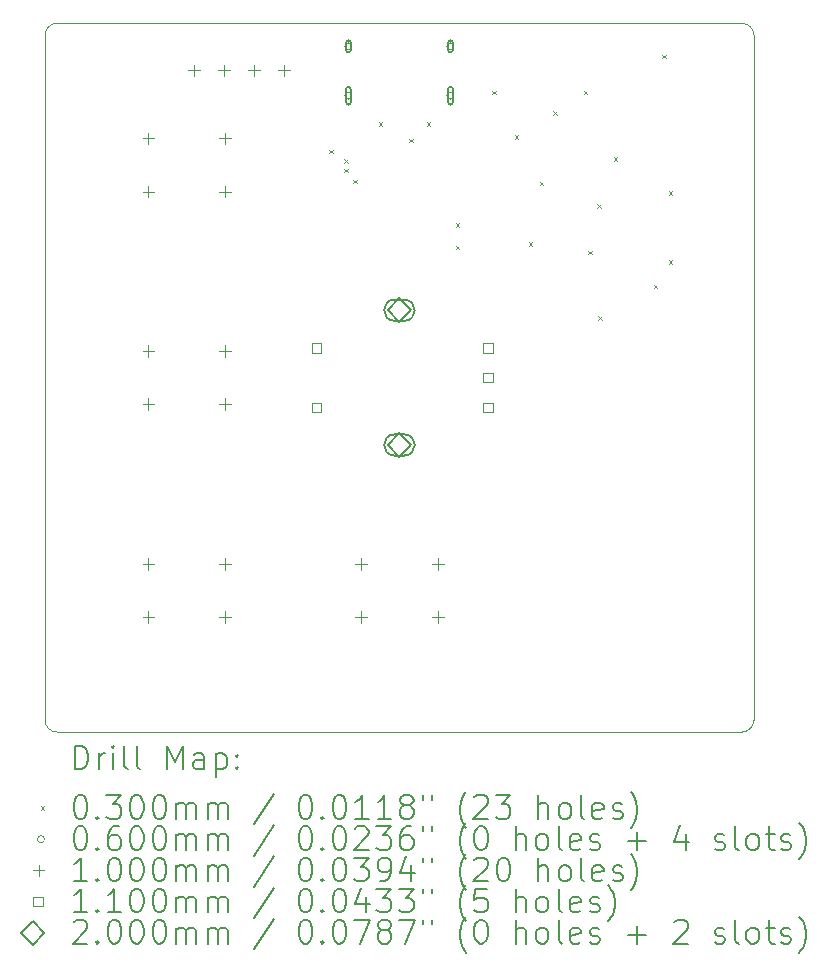
<source format=gbr>
%FSLAX45Y45*%
G04 Gerber Fmt 4.5, Leading zero omitted, Abs format (unit mm)*
G04 Created by KiCad (PCBNEW (6.0.1-0)) date 2022-07-10 21:45:14*
%MOMM*%
%LPD*%
G01*
G04 APERTURE LIST*
%TA.AperFunction,Profile*%
%ADD10C,0.100000*%
%TD*%
%ADD11C,0.200000*%
%ADD12C,0.030000*%
%ADD13C,0.060000*%
%ADD14C,0.100000*%
%ADD15C,0.110000*%
G04 APERTURE END LIST*
D10*
X12100000Y-7000000D02*
G75*
G03*
X12000000Y-7100000I0J-100000D01*
G01*
X18000000Y-7100000D02*
G75*
G03*
X17900000Y-7000000I-100000J0D01*
G01*
X17900000Y-13000000D02*
G75*
G03*
X18000000Y-12900000I0J100000D01*
G01*
X12000000Y-12900000D02*
G75*
G03*
X12100000Y-13000000I100000J0D01*
G01*
X12000000Y-12900000D02*
X12000000Y-7100000D01*
X18000000Y-7100000D02*
X18000000Y-12900000D01*
X17900000Y-13000000D02*
X12100000Y-13000000D01*
X12100000Y-7000000D02*
X17900000Y-7000000D01*
D11*
D12*
X14405000Y-8070000D02*
X14435000Y-8100000D01*
X14435000Y-8070000D02*
X14405000Y-8100000D01*
X14535000Y-8150000D02*
X14565000Y-8180000D01*
X14565000Y-8150000D02*
X14535000Y-8180000D01*
X14535000Y-8230000D02*
X14565000Y-8260000D01*
X14565000Y-8230000D02*
X14535000Y-8260000D01*
X14610000Y-8325000D02*
X14640000Y-8355000D01*
X14640000Y-8325000D02*
X14610000Y-8355000D01*
X14825000Y-7840000D02*
X14855000Y-7870000D01*
X14855000Y-7840000D02*
X14825000Y-7870000D01*
X15083063Y-7976987D02*
X15113063Y-8006987D01*
X15113063Y-7976987D02*
X15083063Y-8006987D01*
X15230000Y-7840000D02*
X15260000Y-7870000D01*
X15260000Y-7840000D02*
X15230000Y-7870000D01*
X15475000Y-8693000D02*
X15505000Y-8723000D01*
X15505000Y-8693000D02*
X15475000Y-8723000D01*
X15475000Y-8885000D02*
X15505000Y-8915000D01*
X15505000Y-8885000D02*
X15475000Y-8915000D01*
X15785000Y-7570000D02*
X15815000Y-7600000D01*
X15815000Y-7570000D02*
X15785000Y-7600000D01*
X15975000Y-7950000D02*
X16005000Y-7980000D01*
X16005000Y-7950000D02*
X15975000Y-7980000D01*
X16095000Y-8855000D02*
X16125000Y-8885000D01*
X16125000Y-8855000D02*
X16095000Y-8885000D01*
X16188117Y-8341656D02*
X16218117Y-8371656D01*
X16218117Y-8341656D02*
X16188117Y-8371656D01*
X16300000Y-7745000D02*
X16330000Y-7775000D01*
X16330000Y-7745000D02*
X16300000Y-7775000D01*
X16560000Y-7570000D02*
X16590000Y-7600000D01*
X16590000Y-7570000D02*
X16560000Y-7600000D01*
X16598000Y-8925000D02*
X16628000Y-8955000D01*
X16628000Y-8925000D02*
X16598000Y-8955000D01*
X16676056Y-8533130D02*
X16706056Y-8563130D01*
X16706056Y-8533130D02*
X16676056Y-8563130D01*
X16684950Y-9480000D02*
X16714950Y-9510000D01*
X16714950Y-9480000D02*
X16684950Y-9510000D01*
X16815000Y-8135000D02*
X16845000Y-8165000D01*
X16845000Y-8135000D02*
X16815000Y-8165000D01*
X17155000Y-9215000D02*
X17185000Y-9245000D01*
X17185000Y-9215000D02*
X17155000Y-9245000D01*
X17225000Y-7265000D02*
X17255000Y-7295000D01*
X17255000Y-7265000D02*
X17225000Y-7295000D01*
X17280000Y-8420000D02*
X17310000Y-8450000D01*
X17310000Y-8420000D02*
X17280000Y-8450000D01*
X17280000Y-9005000D02*
X17310000Y-9035000D01*
X17310000Y-9005000D02*
X17280000Y-9035000D01*
D13*
X14598000Y-7195000D02*
G75*
G03*
X14598000Y-7195000I-30000J0D01*
G01*
D11*
X14588000Y-7225000D02*
X14588000Y-7165000D01*
X14548000Y-7225000D02*
X14548000Y-7165000D01*
X14588000Y-7165000D02*
G75*
G03*
X14548000Y-7165000I-20000J0D01*
G01*
X14548000Y-7225000D02*
G75*
G03*
X14588000Y-7225000I20000J0D01*
G01*
D13*
X14598000Y-7613000D02*
G75*
G03*
X14598000Y-7613000I-30000J0D01*
G01*
D11*
X14588000Y-7668000D02*
X14588000Y-7558000D01*
X14548000Y-7668000D02*
X14548000Y-7558000D01*
X14588000Y-7558000D02*
G75*
G03*
X14548000Y-7558000I-20000J0D01*
G01*
X14548000Y-7668000D02*
G75*
G03*
X14588000Y-7668000I20000J0D01*
G01*
D13*
X15462000Y-7195000D02*
G75*
G03*
X15462000Y-7195000I-30000J0D01*
G01*
D11*
X15452000Y-7225000D02*
X15452000Y-7165000D01*
X15412000Y-7225000D02*
X15412000Y-7165000D01*
X15452000Y-7165000D02*
G75*
G03*
X15412000Y-7165000I-20000J0D01*
G01*
X15412000Y-7225000D02*
G75*
G03*
X15452000Y-7225000I20000J0D01*
G01*
D13*
X15462000Y-7613000D02*
G75*
G03*
X15462000Y-7613000I-30000J0D01*
G01*
D11*
X15452000Y-7668000D02*
X15452000Y-7558000D01*
X15412000Y-7668000D02*
X15412000Y-7558000D01*
X15452000Y-7558000D02*
G75*
G03*
X15412000Y-7558000I-20000J0D01*
G01*
X15412000Y-7668000D02*
G75*
G03*
X15452000Y-7668000I20000J0D01*
G01*
D14*
X12875000Y-7925000D02*
X12875000Y-8025000D01*
X12825000Y-7975000D02*
X12925000Y-7975000D01*
X12875000Y-8375000D02*
X12875000Y-8475000D01*
X12825000Y-8425000D02*
X12925000Y-8425000D01*
X12875000Y-9725000D02*
X12875000Y-9825000D01*
X12825000Y-9775000D02*
X12925000Y-9775000D01*
X12875000Y-10175000D02*
X12875000Y-10275000D01*
X12825000Y-10225000D02*
X12925000Y-10225000D01*
X12875000Y-11525000D02*
X12875000Y-11625000D01*
X12825000Y-11575000D02*
X12925000Y-11575000D01*
X12875000Y-11975000D02*
X12875000Y-12075000D01*
X12825000Y-12025000D02*
X12925000Y-12025000D01*
X13260000Y-7349000D02*
X13260000Y-7449000D01*
X13210000Y-7399000D02*
X13310000Y-7399000D01*
X13514000Y-7349000D02*
X13514000Y-7449000D01*
X13464000Y-7399000D02*
X13564000Y-7399000D01*
X13525000Y-7925000D02*
X13525000Y-8025000D01*
X13475000Y-7975000D02*
X13575000Y-7975000D01*
X13525000Y-8375000D02*
X13525000Y-8475000D01*
X13475000Y-8425000D02*
X13575000Y-8425000D01*
X13525000Y-9725000D02*
X13525000Y-9825000D01*
X13475000Y-9775000D02*
X13575000Y-9775000D01*
X13525000Y-10175000D02*
X13525000Y-10275000D01*
X13475000Y-10225000D02*
X13575000Y-10225000D01*
X13525000Y-11525000D02*
X13525000Y-11625000D01*
X13475000Y-11575000D02*
X13575000Y-11575000D01*
X13525000Y-11975000D02*
X13525000Y-12075000D01*
X13475000Y-12025000D02*
X13575000Y-12025000D01*
X13768000Y-7349000D02*
X13768000Y-7449000D01*
X13718000Y-7399000D02*
X13818000Y-7399000D01*
X14022000Y-7349000D02*
X14022000Y-7449000D01*
X13972000Y-7399000D02*
X14072000Y-7399000D01*
X14675000Y-11525000D02*
X14675000Y-11625000D01*
X14625000Y-11575000D02*
X14725000Y-11575000D01*
X14675000Y-11975000D02*
X14675000Y-12075000D01*
X14625000Y-12025000D02*
X14725000Y-12025000D01*
X15325000Y-11525000D02*
X15325000Y-11625000D01*
X15275000Y-11575000D02*
X15375000Y-11575000D01*
X15325000Y-11975000D02*
X15325000Y-12075000D01*
X15275000Y-12025000D02*
X15375000Y-12025000D01*
D15*
X14338891Y-9788891D02*
X14338891Y-9711109D01*
X14261109Y-9711109D01*
X14261109Y-9788891D01*
X14338891Y-9788891D01*
X14338891Y-10288891D02*
X14338891Y-10211109D01*
X14261109Y-10211109D01*
X14261109Y-10288891D01*
X14338891Y-10288891D01*
X15788891Y-9788891D02*
X15788891Y-9711109D01*
X15711109Y-9711109D01*
X15711109Y-9788891D01*
X15788891Y-9788891D01*
X15788891Y-10038891D02*
X15788891Y-9961109D01*
X15711109Y-9961109D01*
X15711109Y-10038891D01*
X15788891Y-10038891D01*
X15788891Y-10288891D02*
X15788891Y-10211109D01*
X15711109Y-10211109D01*
X15711109Y-10288891D01*
X15788891Y-10288891D01*
D11*
X15000000Y-9530000D02*
X15100000Y-9430000D01*
X15000000Y-9330000D01*
X14900000Y-9430000D01*
X15000000Y-9530000D01*
X14960000Y-9520000D02*
X15040000Y-9520000D01*
X14960000Y-9340000D02*
X15040000Y-9340000D01*
X15040000Y-9520000D02*
G75*
G03*
X15040000Y-9340000I0J90000D01*
G01*
X14960000Y-9340000D02*
G75*
G03*
X14960000Y-9520000I0J-90000D01*
G01*
X15000000Y-10670000D02*
X15100000Y-10570000D01*
X15000000Y-10470000D01*
X14900000Y-10570000D01*
X15000000Y-10670000D01*
X14960000Y-10660000D02*
X15040000Y-10660000D01*
X14960000Y-10480000D02*
X15040000Y-10480000D01*
X15040000Y-10660000D02*
G75*
G03*
X15040000Y-10480000I0J90000D01*
G01*
X14960000Y-10480000D02*
G75*
G03*
X14960000Y-10660000I0J-90000D01*
G01*
X12252619Y-13315476D02*
X12252619Y-13115476D01*
X12300238Y-13115476D01*
X12328809Y-13125000D01*
X12347857Y-13144048D01*
X12357381Y-13163095D01*
X12366905Y-13201190D01*
X12366905Y-13229762D01*
X12357381Y-13267857D01*
X12347857Y-13286905D01*
X12328809Y-13305952D01*
X12300238Y-13315476D01*
X12252619Y-13315476D01*
X12452619Y-13315476D02*
X12452619Y-13182143D01*
X12452619Y-13220238D02*
X12462143Y-13201190D01*
X12471667Y-13191667D01*
X12490714Y-13182143D01*
X12509762Y-13182143D01*
X12576428Y-13315476D02*
X12576428Y-13182143D01*
X12576428Y-13115476D02*
X12566905Y-13125000D01*
X12576428Y-13134524D01*
X12585952Y-13125000D01*
X12576428Y-13115476D01*
X12576428Y-13134524D01*
X12700238Y-13315476D02*
X12681190Y-13305952D01*
X12671667Y-13286905D01*
X12671667Y-13115476D01*
X12805000Y-13315476D02*
X12785952Y-13305952D01*
X12776428Y-13286905D01*
X12776428Y-13115476D01*
X13033571Y-13315476D02*
X13033571Y-13115476D01*
X13100238Y-13258333D01*
X13166905Y-13115476D01*
X13166905Y-13315476D01*
X13347857Y-13315476D02*
X13347857Y-13210714D01*
X13338333Y-13191667D01*
X13319286Y-13182143D01*
X13281190Y-13182143D01*
X13262143Y-13191667D01*
X13347857Y-13305952D02*
X13328809Y-13315476D01*
X13281190Y-13315476D01*
X13262143Y-13305952D01*
X13252619Y-13286905D01*
X13252619Y-13267857D01*
X13262143Y-13248809D01*
X13281190Y-13239286D01*
X13328809Y-13239286D01*
X13347857Y-13229762D01*
X13443095Y-13182143D02*
X13443095Y-13382143D01*
X13443095Y-13191667D02*
X13462143Y-13182143D01*
X13500238Y-13182143D01*
X13519286Y-13191667D01*
X13528809Y-13201190D01*
X13538333Y-13220238D01*
X13538333Y-13277381D01*
X13528809Y-13296428D01*
X13519286Y-13305952D01*
X13500238Y-13315476D01*
X13462143Y-13315476D01*
X13443095Y-13305952D01*
X13624048Y-13296428D02*
X13633571Y-13305952D01*
X13624048Y-13315476D01*
X13614524Y-13305952D01*
X13624048Y-13296428D01*
X13624048Y-13315476D01*
X13624048Y-13191667D02*
X13633571Y-13201190D01*
X13624048Y-13210714D01*
X13614524Y-13201190D01*
X13624048Y-13191667D01*
X13624048Y-13210714D01*
D12*
X11965000Y-13630000D02*
X11995000Y-13660000D01*
X11995000Y-13630000D02*
X11965000Y-13660000D01*
D11*
X12290714Y-13535476D02*
X12309762Y-13535476D01*
X12328809Y-13545000D01*
X12338333Y-13554524D01*
X12347857Y-13573571D01*
X12357381Y-13611667D01*
X12357381Y-13659286D01*
X12347857Y-13697381D01*
X12338333Y-13716428D01*
X12328809Y-13725952D01*
X12309762Y-13735476D01*
X12290714Y-13735476D01*
X12271667Y-13725952D01*
X12262143Y-13716428D01*
X12252619Y-13697381D01*
X12243095Y-13659286D01*
X12243095Y-13611667D01*
X12252619Y-13573571D01*
X12262143Y-13554524D01*
X12271667Y-13545000D01*
X12290714Y-13535476D01*
X12443095Y-13716428D02*
X12452619Y-13725952D01*
X12443095Y-13735476D01*
X12433571Y-13725952D01*
X12443095Y-13716428D01*
X12443095Y-13735476D01*
X12519286Y-13535476D02*
X12643095Y-13535476D01*
X12576428Y-13611667D01*
X12605000Y-13611667D01*
X12624048Y-13621190D01*
X12633571Y-13630714D01*
X12643095Y-13649762D01*
X12643095Y-13697381D01*
X12633571Y-13716428D01*
X12624048Y-13725952D01*
X12605000Y-13735476D01*
X12547857Y-13735476D01*
X12528809Y-13725952D01*
X12519286Y-13716428D01*
X12766905Y-13535476D02*
X12785952Y-13535476D01*
X12805000Y-13545000D01*
X12814524Y-13554524D01*
X12824048Y-13573571D01*
X12833571Y-13611667D01*
X12833571Y-13659286D01*
X12824048Y-13697381D01*
X12814524Y-13716428D01*
X12805000Y-13725952D01*
X12785952Y-13735476D01*
X12766905Y-13735476D01*
X12747857Y-13725952D01*
X12738333Y-13716428D01*
X12728809Y-13697381D01*
X12719286Y-13659286D01*
X12719286Y-13611667D01*
X12728809Y-13573571D01*
X12738333Y-13554524D01*
X12747857Y-13545000D01*
X12766905Y-13535476D01*
X12957381Y-13535476D02*
X12976428Y-13535476D01*
X12995476Y-13545000D01*
X13005000Y-13554524D01*
X13014524Y-13573571D01*
X13024048Y-13611667D01*
X13024048Y-13659286D01*
X13014524Y-13697381D01*
X13005000Y-13716428D01*
X12995476Y-13725952D01*
X12976428Y-13735476D01*
X12957381Y-13735476D01*
X12938333Y-13725952D01*
X12928809Y-13716428D01*
X12919286Y-13697381D01*
X12909762Y-13659286D01*
X12909762Y-13611667D01*
X12919286Y-13573571D01*
X12928809Y-13554524D01*
X12938333Y-13545000D01*
X12957381Y-13535476D01*
X13109762Y-13735476D02*
X13109762Y-13602143D01*
X13109762Y-13621190D02*
X13119286Y-13611667D01*
X13138333Y-13602143D01*
X13166905Y-13602143D01*
X13185952Y-13611667D01*
X13195476Y-13630714D01*
X13195476Y-13735476D01*
X13195476Y-13630714D02*
X13205000Y-13611667D01*
X13224048Y-13602143D01*
X13252619Y-13602143D01*
X13271667Y-13611667D01*
X13281190Y-13630714D01*
X13281190Y-13735476D01*
X13376428Y-13735476D02*
X13376428Y-13602143D01*
X13376428Y-13621190D02*
X13385952Y-13611667D01*
X13405000Y-13602143D01*
X13433571Y-13602143D01*
X13452619Y-13611667D01*
X13462143Y-13630714D01*
X13462143Y-13735476D01*
X13462143Y-13630714D02*
X13471667Y-13611667D01*
X13490714Y-13602143D01*
X13519286Y-13602143D01*
X13538333Y-13611667D01*
X13547857Y-13630714D01*
X13547857Y-13735476D01*
X13938333Y-13525952D02*
X13766905Y-13783095D01*
X14195476Y-13535476D02*
X14214524Y-13535476D01*
X14233571Y-13545000D01*
X14243095Y-13554524D01*
X14252619Y-13573571D01*
X14262143Y-13611667D01*
X14262143Y-13659286D01*
X14252619Y-13697381D01*
X14243095Y-13716428D01*
X14233571Y-13725952D01*
X14214524Y-13735476D01*
X14195476Y-13735476D01*
X14176428Y-13725952D01*
X14166905Y-13716428D01*
X14157381Y-13697381D01*
X14147857Y-13659286D01*
X14147857Y-13611667D01*
X14157381Y-13573571D01*
X14166905Y-13554524D01*
X14176428Y-13545000D01*
X14195476Y-13535476D01*
X14347857Y-13716428D02*
X14357381Y-13725952D01*
X14347857Y-13735476D01*
X14338333Y-13725952D01*
X14347857Y-13716428D01*
X14347857Y-13735476D01*
X14481190Y-13535476D02*
X14500238Y-13535476D01*
X14519286Y-13545000D01*
X14528809Y-13554524D01*
X14538333Y-13573571D01*
X14547857Y-13611667D01*
X14547857Y-13659286D01*
X14538333Y-13697381D01*
X14528809Y-13716428D01*
X14519286Y-13725952D01*
X14500238Y-13735476D01*
X14481190Y-13735476D01*
X14462143Y-13725952D01*
X14452619Y-13716428D01*
X14443095Y-13697381D01*
X14433571Y-13659286D01*
X14433571Y-13611667D01*
X14443095Y-13573571D01*
X14452619Y-13554524D01*
X14462143Y-13545000D01*
X14481190Y-13535476D01*
X14738333Y-13735476D02*
X14624048Y-13735476D01*
X14681190Y-13735476D02*
X14681190Y-13535476D01*
X14662143Y-13564048D01*
X14643095Y-13583095D01*
X14624048Y-13592619D01*
X14928809Y-13735476D02*
X14814524Y-13735476D01*
X14871667Y-13735476D02*
X14871667Y-13535476D01*
X14852619Y-13564048D01*
X14833571Y-13583095D01*
X14814524Y-13592619D01*
X15043095Y-13621190D02*
X15024048Y-13611667D01*
X15014524Y-13602143D01*
X15005000Y-13583095D01*
X15005000Y-13573571D01*
X15014524Y-13554524D01*
X15024048Y-13545000D01*
X15043095Y-13535476D01*
X15081190Y-13535476D01*
X15100238Y-13545000D01*
X15109762Y-13554524D01*
X15119286Y-13573571D01*
X15119286Y-13583095D01*
X15109762Y-13602143D01*
X15100238Y-13611667D01*
X15081190Y-13621190D01*
X15043095Y-13621190D01*
X15024048Y-13630714D01*
X15014524Y-13640238D01*
X15005000Y-13659286D01*
X15005000Y-13697381D01*
X15014524Y-13716428D01*
X15024048Y-13725952D01*
X15043095Y-13735476D01*
X15081190Y-13735476D01*
X15100238Y-13725952D01*
X15109762Y-13716428D01*
X15119286Y-13697381D01*
X15119286Y-13659286D01*
X15109762Y-13640238D01*
X15100238Y-13630714D01*
X15081190Y-13621190D01*
X15195476Y-13535476D02*
X15195476Y-13573571D01*
X15271667Y-13535476D02*
X15271667Y-13573571D01*
X15566905Y-13811667D02*
X15557381Y-13802143D01*
X15538333Y-13773571D01*
X15528809Y-13754524D01*
X15519286Y-13725952D01*
X15509762Y-13678333D01*
X15509762Y-13640238D01*
X15519286Y-13592619D01*
X15528809Y-13564048D01*
X15538333Y-13545000D01*
X15557381Y-13516428D01*
X15566905Y-13506905D01*
X15633571Y-13554524D02*
X15643095Y-13545000D01*
X15662143Y-13535476D01*
X15709762Y-13535476D01*
X15728809Y-13545000D01*
X15738333Y-13554524D01*
X15747857Y-13573571D01*
X15747857Y-13592619D01*
X15738333Y-13621190D01*
X15624048Y-13735476D01*
X15747857Y-13735476D01*
X15814524Y-13535476D02*
X15938333Y-13535476D01*
X15871667Y-13611667D01*
X15900238Y-13611667D01*
X15919286Y-13621190D01*
X15928809Y-13630714D01*
X15938333Y-13649762D01*
X15938333Y-13697381D01*
X15928809Y-13716428D01*
X15919286Y-13725952D01*
X15900238Y-13735476D01*
X15843095Y-13735476D01*
X15824048Y-13725952D01*
X15814524Y-13716428D01*
X16176428Y-13735476D02*
X16176428Y-13535476D01*
X16262143Y-13735476D02*
X16262143Y-13630714D01*
X16252619Y-13611667D01*
X16233571Y-13602143D01*
X16205000Y-13602143D01*
X16185952Y-13611667D01*
X16176428Y-13621190D01*
X16385952Y-13735476D02*
X16366905Y-13725952D01*
X16357381Y-13716428D01*
X16347857Y-13697381D01*
X16347857Y-13640238D01*
X16357381Y-13621190D01*
X16366905Y-13611667D01*
X16385952Y-13602143D01*
X16414524Y-13602143D01*
X16433571Y-13611667D01*
X16443095Y-13621190D01*
X16452619Y-13640238D01*
X16452619Y-13697381D01*
X16443095Y-13716428D01*
X16433571Y-13725952D01*
X16414524Y-13735476D01*
X16385952Y-13735476D01*
X16566905Y-13735476D02*
X16547857Y-13725952D01*
X16538333Y-13706905D01*
X16538333Y-13535476D01*
X16719286Y-13725952D02*
X16700238Y-13735476D01*
X16662143Y-13735476D01*
X16643095Y-13725952D01*
X16633571Y-13706905D01*
X16633571Y-13630714D01*
X16643095Y-13611667D01*
X16662143Y-13602143D01*
X16700238Y-13602143D01*
X16719286Y-13611667D01*
X16728809Y-13630714D01*
X16728809Y-13649762D01*
X16633571Y-13668809D01*
X16805000Y-13725952D02*
X16824048Y-13735476D01*
X16862143Y-13735476D01*
X16881190Y-13725952D01*
X16890714Y-13706905D01*
X16890714Y-13697381D01*
X16881190Y-13678333D01*
X16862143Y-13668809D01*
X16833571Y-13668809D01*
X16814524Y-13659286D01*
X16805000Y-13640238D01*
X16805000Y-13630714D01*
X16814524Y-13611667D01*
X16833571Y-13602143D01*
X16862143Y-13602143D01*
X16881190Y-13611667D01*
X16957381Y-13811667D02*
X16966905Y-13802143D01*
X16985952Y-13773571D01*
X16995476Y-13754524D01*
X17005000Y-13725952D01*
X17014524Y-13678333D01*
X17014524Y-13640238D01*
X17005000Y-13592619D01*
X16995476Y-13564048D01*
X16985952Y-13545000D01*
X16966905Y-13516428D01*
X16957381Y-13506905D01*
D13*
X11995000Y-13909000D02*
G75*
G03*
X11995000Y-13909000I-30000J0D01*
G01*
D11*
X12290714Y-13799476D02*
X12309762Y-13799476D01*
X12328809Y-13809000D01*
X12338333Y-13818524D01*
X12347857Y-13837571D01*
X12357381Y-13875667D01*
X12357381Y-13923286D01*
X12347857Y-13961381D01*
X12338333Y-13980428D01*
X12328809Y-13989952D01*
X12309762Y-13999476D01*
X12290714Y-13999476D01*
X12271667Y-13989952D01*
X12262143Y-13980428D01*
X12252619Y-13961381D01*
X12243095Y-13923286D01*
X12243095Y-13875667D01*
X12252619Y-13837571D01*
X12262143Y-13818524D01*
X12271667Y-13809000D01*
X12290714Y-13799476D01*
X12443095Y-13980428D02*
X12452619Y-13989952D01*
X12443095Y-13999476D01*
X12433571Y-13989952D01*
X12443095Y-13980428D01*
X12443095Y-13999476D01*
X12624048Y-13799476D02*
X12585952Y-13799476D01*
X12566905Y-13809000D01*
X12557381Y-13818524D01*
X12538333Y-13847095D01*
X12528809Y-13885190D01*
X12528809Y-13961381D01*
X12538333Y-13980428D01*
X12547857Y-13989952D01*
X12566905Y-13999476D01*
X12605000Y-13999476D01*
X12624048Y-13989952D01*
X12633571Y-13980428D01*
X12643095Y-13961381D01*
X12643095Y-13913762D01*
X12633571Y-13894714D01*
X12624048Y-13885190D01*
X12605000Y-13875667D01*
X12566905Y-13875667D01*
X12547857Y-13885190D01*
X12538333Y-13894714D01*
X12528809Y-13913762D01*
X12766905Y-13799476D02*
X12785952Y-13799476D01*
X12805000Y-13809000D01*
X12814524Y-13818524D01*
X12824048Y-13837571D01*
X12833571Y-13875667D01*
X12833571Y-13923286D01*
X12824048Y-13961381D01*
X12814524Y-13980428D01*
X12805000Y-13989952D01*
X12785952Y-13999476D01*
X12766905Y-13999476D01*
X12747857Y-13989952D01*
X12738333Y-13980428D01*
X12728809Y-13961381D01*
X12719286Y-13923286D01*
X12719286Y-13875667D01*
X12728809Y-13837571D01*
X12738333Y-13818524D01*
X12747857Y-13809000D01*
X12766905Y-13799476D01*
X12957381Y-13799476D02*
X12976428Y-13799476D01*
X12995476Y-13809000D01*
X13005000Y-13818524D01*
X13014524Y-13837571D01*
X13024048Y-13875667D01*
X13024048Y-13923286D01*
X13014524Y-13961381D01*
X13005000Y-13980428D01*
X12995476Y-13989952D01*
X12976428Y-13999476D01*
X12957381Y-13999476D01*
X12938333Y-13989952D01*
X12928809Y-13980428D01*
X12919286Y-13961381D01*
X12909762Y-13923286D01*
X12909762Y-13875667D01*
X12919286Y-13837571D01*
X12928809Y-13818524D01*
X12938333Y-13809000D01*
X12957381Y-13799476D01*
X13109762Y-13999476D02*
X13109762Y-13866143D01*
X13109762Y-13885190D02*
X13119286Y-13875667D01*
X13138333Y-13866143D01*
X13166905Y-13866143D01*
X13185952Y-13875667D01*
X13195476Y-13894714D01*
X13195476Y-13999476D01*
X13195476Y-13894714D02*
X13205000Y-13875667D01*
X13224048Y-13866143D01*
X13252619Y-13866143D01*
X13271667Y-13875667D01*
X13281190Y-13894714D01*
X13281190Y-13999476D01*
X13376428Y-13999476D02*
X13376428Y-13866143D01*
X13376428Y-13885190D02*
X13385952Y-13875667D01*
X13405000Y-13866143D01*
X13433571Y-13866143D01*
X13452619Y-13875667D01*
X13462143Y-13894714D01*
X13462143Y-13999476D01*
X13462143Y-13894714D02*
X13471667Y-13875667D01*
X13490714Y-13866143D01*
X13519286Y-13866143D01*
X13538333Y-13875667D01*
X13547857Y-13894714D01*
X13547857Y-13999476D01*
X13938333Y-13789952D02*
X13766905Y-14047095D01*
X14195476Y-13799476D02*
X14214524Y-13799476D01*
X14233571Y-13809000D01*
X14243095Y-13818524D01*
X14252619Y-13837571D01*
X14262143Y-13875667D01*
X14262143Y-13923286D01*
X14252619Y-13961381D01*
X14243095Y-13980428D01*
X14233571Y-13989952D01*
X14214524Y-13999476D01*
X14195476Y-13999476D01*
X14176428Y-13989952D01*
X14166905Y-13980428D01*
X14157381Y-13961381D01*
X14147857Y-13923286D01*
X14147857Y-13875667D01*
X14157381Y-13837571D01*
X14166905Y-13818524D01*
X14176428Y-13809000D01*
X14195476Y-13799476D01*
X14347857Y-13980428D02*
X14357381Y-13989952D01*
X14347857Y-13999476D01*
X14338333Y-13989952D01*
X14347857Y-13980428D01*
X14347857Y-13999476D01*
X14481190Y-13799476D02*
X14500238Y-13799476D01*
X14519286Y-13809000D01*
X14528809Y-13818524D01*
X14538333Y-13837571D01*
X14547857Y-13875667D01*
X14547857Y-13923286D01*
X14538333Y-13961381D01*
X14528809Y-13980428D01*
X14519286Y-13989952D01*
X14500238Y-13999476D01*
X14481190Y-13999476D01*
X14462143Y-13989952D01*
X14452619Y-13980428D01*
X14443095Y-13961381D01*
X14433571Y-13923286D01*
X14433571Y-13875667D01*
X14443095Y-13837571D01*
X14452619Y-13818524D01*
X14462143Y-13809000D01*
X14481190Y-13799476D01*
X14624048Y-13818524D02*
X14633571Y-13809000D01*
X14652619Y-13799476D01*
X14700238Y-13799476D01*
X14719286Y-13809000D01*
X14728809Y-13818524D01*
X14738333Y-13837571D01*
X14738333Y-13856619D01*
X14728809Y-13885190D01*
X14614524Y-13999476D01*
X14738333Y-13999476D01*
X14805000Y-13799476D02*
X14928809Y-13799476D01*
X14862143Y-13875667D01*
X14890714Y-13875667D01*
X14909762Y-13885190D01*
X14919286Y-13894714D01*
X14928809Y-13913762D01*
X14928809Y-13961381D01*
X14919286Y-13980428D01*
X14909762Y-13989952D01*
X14890714Y-13999476D01*
X14833571Y-13999476D01*
X14814524Y-13989952D01*
X14805000Y-13980428D01*
X15100238Y-13799476D02*
X15062143Y-13799476D01*
X15043095Y-13809000D01*
X15033571Y-13818524D01*
X15014524Y-13847095D01*
X15005000Y-13885190D01*
X15005000Y-13961381D01*
X15014524Y-13980428D01*
X15024048Y-13989952D01*
X15043095Y-13999476D01*
X15081190Y-13999476D01*
X15100238Y-13989952D01*
X15109762Y-13980428D01*
X15119286Y-13961381D01*
X15119286Y-13913762D01*
X15109762Y-13894714D01*
X15100238Y-13885190D01*
X15081190Y-13875667D01*
X15043095Y-13875667D01*
X15024048Y-13885190D01*
X15014524Y-13894714D01*
X15005000Y-13913762D01*
X15195476Y-13799476D02*
X15195476Y-13837571D01*
X15271667Y-13799476D02*
X15271667Y-13837571D01*
X15566905Y-14075667D02*
X15557381Y-14066143D01*
X15538333Y-14037571D01*
X15528809Y-14018524D01*
X15519286Y-13989952D01*
X15509762Y-13942333D01*
X15509762Y-13904238D01*
X15519286Y-13856619D01*
X15528809Y-13828048D01*
X15538333Y-13809000D01*
X15557381Y-13780428D01*
X15566905Y-13770905D01*
X15681190Y-13799476D02*
X15700238Y-13799476D01*
X15719286Y-13809000D01*
X15728809Y-13818524D01*
X15738333Y-13837571D01*
X15747857Y-13875667D01*
X15747857Y-13923286D01*
X15738333Y-13961381D01*
X15728809Y-13980428D01*
X15719286Y-13989952D01*
X15700238Y-13999476D01*
X15681190Y-13999476D01*
X15662143Y-13989952D01*
X15652619Y-13980428D01*
X15643095Y-13961381D01*
X15633571Y-13923286D01*
X15633571Y-13875667D01*
X15643095Y-13837571D01*
X15652619Y-13818524D01*
X15662143Y-13809000D01*
X15681190Y-13799476D01*
X15985952Y-13999476D02*
X15985952Y-13799476D01*
X16071667Y-13999476D02*
X16071667Y-13894714D01*
X16062143Y-13875667D01*
X16043095Y-13866143D01*
X16014524Y-13866143D01*
X15995476Y-13875667D01*
X15985952Y-13885190D01*
X16195476Y-13999476D02*
X16176428Y-13989952D01*
X16166905Y-13980428D01*
X16157381Y-13961381D01*
X16157381Y-13904238D01*
X16166905Y-13885190D01*
X16176428Y-13875667D01*
X16195476Y-13866143D01*
X16224048Y-13866143D01*
X16243095Y-13875667D01*
X16252619Y-13885190D01*
X16262143Y-13904238D01*
X16262143Y-13961381D01*
X16252619Y-13980428D01*
X16243095Y-13989952D01*
X16224048Y-13999476D01*
X16195476Y-13999476D01*
X16376428Y-13999476D02*
X16357381Y-13989952D01*
X16347857Y-13970905D01*
X16347857Y-13799476D01*
X16528809Y-13989952D02*
X16509762Y-13999476D01*
X16471667Y-13999476D01*
X16452619Y-13989952D01*
X16443095Y-13970905D01*
X16443095Y-13894714D01*
X16452619Y-13875667D01*
X16471667Y-13866143D01*
X16509762Y-13866143D01*
X16528809Y-13875667D01*
X16538333Y-13894714D01*
X16538333Y-13913762D01*
X16443095Y-13932809D01*
X16614524Y-13989952D02*
X16633571Y-13999476D01*
X16671667Y-13999476D01*
X16690714Y-13989952D01*
X16700238Y-13970905D01*
X16700238Y-13961381D01*
X16690714Y-13942333D01*
X16671667Y-13932809D01*
X16643095Y-13932809D01*
X16624048Y-13923286D01*
X16614524Y-13904238D01*
X16614524Y-13894714D01*
X16624048Y-13875667D01*
X16643095Y-13866143D01*
X16671667Y-13866143D01*
X16690714Y-13875667D01*
X16938333Y-13923286D02*
X17090714Y-13923286D01*
X17014524Y-13999476D02*
X17014524Y-13847095D01*
X17424048Y-13866143D02*
X17424048Y-13999476D01*
X17376429Y-13789952D02*
X17328810Y-13932809D01*
X17452619Y-13932809D01*
X17671667Y-13989952D02*
X17690714Y-13999476D01*
X17728810Y-13999476D01*
X17747857Y-13989952D01*
X17757381Y-13970905D01*
X17757381Y-13961381D01*
X17747857Y-13942333D01*
X17728810Y-13932809D01*
X17700238Y-13932809D01*
X17681190Y-13923286D01*
X17671667Y-13904238D01*
X17671667Y-13894714D01*
X17681190Y-13875667D01*
X17700238Y-13866143D01*
X17728810Y-13866143D01*
X17747857Y-13875667D01*
X17871667Y-13999476D02*
X17852619Y-13989952D01*
X17843095Y-13970905D01*
X17843095Y-13799476D01*
X17976429Y-13999476D02*
X17957381Y-13989952D01*
X17947857Y-13980428D01*
X17938333Y-13961381D01*
X17938333Y-13904238D01*
X17947857Y-13885190D01*
X17957381Y-13875667D01*
X17976429Y-13866143D01*
X18005000Y-13866143D01*
X18024048Y-13875667D01*
X18033571Y-13885190D01*
X18043095Y-13904238D01*
X18043095Y-13961381D01*
X18033571Y-13980428D01*
X18024048Y-13989952D01*
X18005000Y-13999476D01*
X17976429Y-13999476D01*
X18100238Y-13866143D02*
X18176429Y-13866143D01*
X18128810Y-13799476D02*
X18128810Y-13970905D01*
X18138333Y-13989952D01*
X18157381Y-13999476D01*
X18176429Y-13999476D01*
X18233571Y-13989952D02*
X18252619Y-13999476D01*
X18290714Y-13999476D01*
X18309762Y-13989952D01*
X18319286Y-13970905D01*
X18319286Y-13961381D01*
X18309762Y-13942333D01*
X18290714Y-13932809D01*
X18262143Y-13932809D01*
X18243095Y-13923286D01*
X18233571Y-13904238D01*
X18233571Y-13894714D01*
X18243095Y-13875667D01*
X18262143Y-13866143D01*
X18290714Y-13866143D01*
X18309762Y-13875667D01*
X18385952Y-14075667D02*
X18395476Y-14066143D01*
X18414524Y-14037571D01*
X18424048Y-14018524D01*
X18433571Y-13989952D01*
X18443095Y-13942333D01*
X18443095Y-13904238D01*
X18433571Y-13856619D01*
X18424048Y-13828048D01*
X18414524Y-13809000D01*
X18395476Y-13780428D01*
X18385952Y-13770905D01*
D14*
X11945000Y-14123000D02*
X11945000Y-14223000D01*
X11895000Y-14173000D02*
X11995000Y-14173000D01*
D11*
X12357381Y-14263476D02*
X12243095Y-14263476D01*
X12300238Y-14263476D02*
X12300238Y-14063476D01*
X12281190Y-14092048D01*
X12262143Y-14111095D01*
X12243095Y-14120619D01*
X12443095Y-14244428D02*
X12452619Y-14253952D01*
X12443095Y-14263476D01*
X12433571Y-14253952D01*
X12443095Y-14244428D01*
X12443095Y-14263476D01*
X12576428Y-14063476D02*
X12595476Y-14063476D01*
X12614524Y-14073000D01*
X12624048Y-14082524D01*
X12633571Y-14101571D01*
X12643095Y-14139667D01*
X12643095Y-14187286D01*
X12633571Y-14225381D01*
X12624048Y-14244428D01*
X12614524Y-14253952D01*
X12595476Y-14263476D01*
X12576428Y-14263476D01*
X12557381Y-14253952D01*
X12547857Y-14244428D01*
X12538333Y-14225381D01*
X12528809Y-14187286D01*
X12528809Y-14139667D01*
X12538333Y-14101571D01*
X12547857Y-14082524D01*
X12557381Y-14073000D01*
X12576428Y-14063476D01*
X12766905Y-14063476D02*
X12785952Y-14063476D01*
X12805000Y-14073000D01*
X12814524Y-14082524D01*
X12824048Y-14101571D01*
X12833571Y-14139667D01*
X12833571Y-14187286D01*
X12824048Y-14225381D01*
X12814524Y-14244428D01*
X12805000Y-14253952D01*
X12785952Y-14263476D01*
X12766905Y-14263476D01*
X12747857Y-14253952D01*
X12738333Y-14244428D01*
X12728809Y-14225381D01*
X12719286Y-14187286D01*
X12719286Y-14139667D01*
X12728809Y-14101571D01*
X12738333Y-14082524D01*
X12747857Y-14073000D01*
X12766905Y-14063476D01*
X12957381Y-14063476D02*
X12976428Y-14063476D01*
X12995476Y-14073000D01*
X13005000Y-14082524D01*
X13014524Y-14101571D01*
X13024048Y-14139667D01*
X13024048Y-14187286D01*
X13014524Y-14225381D01*
X13005000Y-14244428D01*
X12995476Y-14253952D01*
X12976428Y-14263476D01*
X12957381Y-14263476D01*
X12938333Y-14253952D01*
X12928809Y-14244428D01*
X12919286Y-14225381D01*
X12909762Y-14187286D01*
X12909762Y-14139667D01*
X12919286Y-14101571D01*
X12928809Y-14082524D01*
X12938333Y-14073000D01*
X12957381Y-14063476D01*
X13109762Y-14263476D02*
X13109762Y-14130143D01*
X13109762Y-14149190D02*
X13119286Y-14139667D01*
X13138333Y-14130143D01*
X13166905Y-14130143D01*
X13185952Y-14139667D01*
X13195476Y-14158714D01*
X13195476Y-14263476D01*
X13195476Y-14158714D02*
X13205000Y-14139667D01*
X13224048Y-14130143D01*
X13252619Y-14130143D01*
X13271667Y-14139667D01*
X13281190Y-14158714D01*
X13281190Y-14263476D01*
X13376428Y-14263476D02*
X13376428Y-14130143D01*
X13376428Y-14149190D02*
X13385952Y-14139667D01*
X13405000Y-14130143D01*
X13433571Y-14130143D01*
X13452619Y-14139667D01*
X13462143Y-14158714D01*
X13462143Y-14263476D01*
X13462143Y-14158714D02*
X13471667Y-14139667D01*
X13490714Y-14130143D01*
X13519286Y-14130143D01*
X13538333Y-14139667D01*
X13547857Y-14158714D01*
X13547857Y-14263476D01*
X13938333Y-14053952D02*
X13766905Y-14311095D01*
X14195476Y-14063476D02*
X14214524Y-14063476D01*
X14233571Y-14073000D01*
X14243095Y-14082524D01*
X14252619Y-14101571D01*
X14262143Y-14139667D01*
X14262143Y-14187286D01*
X14252619Y-14225381D01*
X14243095Y-14244428D01*
X14233571Y-14253952D01*
X14214524Y-14263476D01*
X14195476Y-14263476D01*
X14176428Y-14253952D01*
X14166905Y-14244428D01*
X14157381Y-14225381D01*
X14147857Y-14187286D01*
X14147857Y-14139667D01*
X14157381Y-14101571D01*
X14166905Y-14082524D01*
X14176428Y-14073000D01*
X14195476Y-14063476D01*
X14347857Y-14244428D02*
X14357381Y-14253952D01*
X14347857Y-14263476D01*
X14338333Y-14253952D01*
X14347857Y-14244428D01*
X14347857Y-14263476D01*
X14481190Y-14063476D02*
X14500238Y-14063476D01*
X14519286Y-14073000D01*
X14528809Y-14082524D01*
X14538333Y-14101571D01*
X14547857Y-14139667D01*
X14547857Y-14187286D01*
X14538333Y-14225381D01*
X14528809Y-14244428D01*
X14519286Y-14253952D01*
X14500238Y-14263476D01*
X14481190Y-14263476D01*
X14462143Y-14253952D01*
X14452619Y-14244428D01*
X14443095Y-14225381D01*
X14433571Y-14187286D01*
X14433571Y-14139667D01*
X14443095Y-14101571D01*
X14452619Y-14082524D01*
X14462143Y-14073000D01*
X14481190Y-14063476D01*
X14614524Y-14063476D02*
X14738333Y-14063476D01*
X14671667Y-14139667D01*
X14700238Y-14139667D01*
X14719286Y-14149190D01*
X14728809Y-14158714D01*
X14738333Y-14177762D01*
X14738333Y-14225381D01*
X14728809Y-14244428D01*
X14719286Y-14253952D01*
X14700238Y-14263476D01*
X14643095Y-14263476D01*
X14624048Y-14253952D01*
X14614524Y-14244428D01*
X14833571Y-14263476D02*
X14871667Y-14263476D01*
X14890714Y-14253952D01*
X14900238Y-14244428D01*
X14919286Y-14215857D01*
X14928809Y-14177762D01*
X14928809Y-14101571D01*
X14919286Y-14082524D01*
X14909762Y-14073000D01*
X14890714Y-14063476D01*
X14852619Y-14063476D01*
X14833571Y-14073000D01*
X14824048Y-14082524D01*
X14814524Y-14101571D01*
X14814524Y-14149190D01*
X14824048Y-14168238D01*
X14833571Y-14177762D01*
X14852619Y-14187286D01*
X14890714Y-14187286D01*
X14909762Y-14177762D01*
X14919286Y-14168238D01*
X14928809Y-14149190D01*
X15100238Y-14130143D02*
X15100238Y-14263476D01*
X15052619Y-14053952D02*
X15005000Y-14196809D01*
X15128809Y-14196809D01*
X15195476Y-14063476D02*
X15195476Y-14101571D01*
X15271667Y-14063476D02*
X15271667Y-14101571D01*
X15566905Y-14339667D02*
X15557381Y-14330143D01*
X15538333Y-14301571D01*
X15528809Y-14282524D01*
X15519286Y-14253952D01*
X15509762Y-14206333D01*
X15509762Y-14168238D01*
X15519286Y-14120619D01*
X15528809Y-14092048D01*
X15538333Y-14073000D01*
X15557381Y-14044428D01*
X15566905Y-14034905D01*
X15633571Y-14082524D02*
X15643095Y-14073000D01*
X15662143Y-14063476D01*
X15709762Y-14063476D01*
X15728809Y-14073000D01*
X15738333Y-14082524D01*
X15747857Y-14101571D01*
X15747857Y-14120619D01*
X15738333Y-14149190D01*
X15624048Y-14263476D01*
X15747857Y-14263476D01*
X15871667Y-14063476D02*
X15890714Y-14063476D01*
X15909762Y-14073000D01*
X15919286Y-14082524D01*
X15928809Y-14101571D01*
X15938333Y-14139667D01*
X15938333Y-14187286D01*
X15928809Y-14225381D01*
X15919286Y-14244428D01*
X15909762Y-14253952D01*
X15890714Y-14263476D01*
X15871667Y-14263476D01*
X15852619Y-14253952D01*
X15843095Y-14244428D01*
X15833571Y-14225381D01*
X15824048Y-14187286D01*
X15824048Y-14139667D01*
X15833571Y-14101571D01*
X15843095Y-14082524D01*
X15852619Y-14073000D01*
X15871667Y-14063476D01*
X16176428Y-14263476D02*
X16176428Y-14063476D01*
X16262143Y-14263476D02*
X16262143Y-14158714D01*
X16252619Y-14139667D01*
X16233571Y-14130143D01*
X16205000Y-14130143D01*
X16185952Y-14139667D01*
X16176428Y-14149190D01*
X16385952Y-14263476D02*
X16366905Y-14253952D01*
X16357381Y-14244428D01*
X16347857Y-14225381D01*
X16347857Y-14168238D01*
X16357381Y-14149190D01*
X16366905Y-14139667D01*
X16385952Y-14130143D01*
X16414524Y-14130143D01*
X16433571Y-14139667D01*
X16443095Y-14149190D01*
X16452619Y-14168238D01*
X16452619Y-14225381D01*
X16443095Y-14244428D01*
X16433571Y-14253952D01*
X16414524Y-14263476D01*
X16385952Y-14263476D01*
X16566905Y-14263476D02*
X16547857Y-14253952D01*
X16538333Y-14234905D01*
X16538333Y-14063476D01*
X16719286Y-14253952D02*
X16700238Y-14263476D01*
X16662143Y-14263476D01*
X16643095Y-14253952D01*
X16633571Y-14234905D01*
X16633571Y-14158714D01*
X16643095Y-14139667D01*
X16662143Y-14130143D01*
X16700238Y-14130143D01*
X16719286Y-14139667D01*
X16728809Y-14158714D01*
X16728809Y-14177762D01*
X16633571Y-14196809D01*
X16805000Y-14253952D02*
X16824048Y-14263476D01*
X16862143Y-14263476D01*
X16881190Y-14253952D01*
X16890714Y-14234905D01*
X16890714Y-14225381D01*
X16881190Y-14206333D01*
X16862143Y-14196809D01*
X16833571Y-14196809D01*
X16814524Y-14187286D01*
X16805000Y-14168238D01*
X16805000Y-14158714D01*
X16814524Y-14139667D01*
X16833571Y-14130143D01*
X16862143Y-14130143D01*
X16881190Y-14139667D01*
X16957381Y-14339667D02*
X16966905Y-14330143D01*
X16985952Y-14301571D01*
X16995476Y-14282524D01*
X17005000Y-14253952D01*
X17014524Y-14206333D01*
X17014524Y-14168238D01*
X17005000Y-14120619D01*
X16995476Y-14092048D01*
X16985952Y-14073000D01*
X16966905Y-14044428D01*
X16957381Y-14034905D01*
D15*
X11978891Y-14475891D02*
X11978891Y-14398109D01*
X11901109Y-14398109D01*
X11901109Y-14475891D01*
X11978891Y-14475891D01*
D11*
X12357381Y-14527476D02*
X12243095Y-14527476D01*
X12300238Y-14527476D02*
X12300238Y-14327476D01*
X12281190Y-14356048D01*
X12262143Y-14375095D01*
X12243095Y-14384619D01*
X12443095Y-14508428D02*
X12452619Y-14517952D01*
X12443095Y-14527476D01*
X12433571Y-14517952D01*
X12443095Y-14508428D01*
X12443095Y-14527476D01*
X12643095Y-14527476D02*
X12528809Y-14527476D01*
X12585952Y-14527476D02*
X12585952Y-14327476D01*
X12566905Y-14356048D01*
X12547857Y-14375095D01*
X12528809Y-14384619D01*
X12766905Y-14327476D02*
X12785952Y-14327476D01*
X12805000Y-14337000D01*
X12814524Y-14346524D01*
X12824048Y-14365571D01*
X12833571Y-14403667D01*
X12833571Y-14451286D01*
X12824048Y-14489381D01*
X12814524Y-14508428D01*
X12805000Y-14517952D01*
X12785952Y-14527476D01*
X12766905Y-14527476D01*
X12747857Y-14517952D01*
X12738333Y-14508428D01*
X12728809Y-14489381D01*
X12719286Y-14451286D01*
X12719286Y-14403667D01*
X12728809Y-14365571D01*
X12738333Y-14346524D01*
X12747857Y-14337000D01*
X12766905Y-14327476D01*
X12957381Y-14327476D02*
X12976428Y-14327476D01*
X12995476Y-14337000D01*
X13005000Y-14346524D01*
X13014524Y-14365571D01*
X13024048Y-14403667D01*
X13024048Y-14451286D01*
X13014524Y-14489381D01*
X13005000Y-14508428D01*
X12995476Y-14517952D01*
X12976428Y-14527476D01*
X12957381Y-14527476D01*
X12938333Y-14517952D01*
X12928809Y-14508428D01*
X12919286Y-14489381D01*
X12909762Y-14451286D01*
X12909762Y-14403667D01*
X12919286Y-14365571D01*
X12928809Y-14346524D01*
X12938333Y-14337000D01*
X12957381Y-14327476D01*
X13109762Y-14527476D02*
X13109762Y-14394143D01*
X13109762Y-14413190D02*
X13119286Y-14403667D01*
X13138333Y-14394143D01*
X13166905Y-14394143D01*
X13185952Y-14403667D01*
X13195476Y-14422714D01*
X13195476Y-14527476D01*
X13195476Y-14422714D02*
X13205000Y-14403667D01*
X13224048Y-14394143D01*
X13252619Y-14394143D01*
X13271667Y-14403667D01*
X13281190Y-14422714D01*
X13281190Y-14527476D01*
X13376428Y-14527476D02*
X13376428Y-14394143D01*
X13376428Y-14413190D02*
X13385952Y-14403667D01*
X13405000Y-14394143D01*
X13433571Y-14394143D01*
X13452619Y-14403667D01*
X13462143Y-14422714D01*
X13462143Y-14527476D01*
X13462143Y-14422714D02*
X13471667Y-14403667D01*
X13490714Y-14394143D01*
X13519286Y-14394143D01*
X13538333Y-14403667D01*
X13547857Y-14422714D01*
X13547857Y-14527476D01*
X13938333Y-14317952D02*
X13766905Y-14575095D01*
X14195476Y-14327476D02*
X14214524Y-14327476D01*
X14233571Y-14337000D01*
X14243095Y-14346524D01*
X14252619Y-14365571D01*
X14262143Y-14403667D01*
X14262143Y-14451286D01*
X14252619Y-14489381D01*
X14243095Y-14508428D01*
X14233571Y-14517952D01*
X14214524Y-14527476D01*
X14195476Y-14527476D01*
X14176428Y-14517952D01*
X14166905Y-14508428D01*
X14157381Y-14489381D01*
X14147857Y-14451286D01*
X14147857Y-14403667D01*
X14157381Y-14365571D01*
X14166905Y-14346524D01*
X14176428Y-14337000D01*
X14195476Y-14327476D01*
X14347857Y-14508428D02*
X14357381Y-14517952D01*
X14347857Y-14527476D01*
X14338333Y-14517952D01*
X14347857Y-14508428D01*
X14347857Y-14527476D01*
X14481190Y-14327476D02*
X14500238Y-14327476D01*
X14519286Y-14337000D01*
X14528809Y-14346524D01*
X14538333Y-14365571D01*
X14547857Y-14403667D01*
X14547857Y-14451286D01*
X14538333Y-14489381D01*
X14528809Y-14508428D01*
X14519286Y-14517952D01*
X14500238Y-14527476D01*
X14481190Y-14527476D01*
X14462143Y-14517952D01*
X14452619Y-14508428D01*
X14443095Y-14489381D01*
X14433571Y-14451286D01*
X14433571Y-14403667D01*
X14443095Y-14365571D01*
X14452619Y-14346524D01*
X14462143Y-14337000D01*
X14481190Y-14327476D01*
X14719286Y-14394143D02*
X14719286Y-14527476D01*
X14671667Y-14317952D02*
X14624048Y-14460809D01*
X14747857Y-14460809D01*
X14805000Y-14327476D02*
X14928809Y-14327476D01*
X14862143Y-14403667D01*
X14890714Y-14403667D01*
X14909762Y-14413190D01*
X14919286Y-14422714D01*
X14928809Y-14441762D01*
X14928809Y-14489381D01*
X14919286Y-14508428D01*
X14909762Y-14517952D01*
X14890714Y-14527476D01*
X14833571Y-14527476D01*
X14814524Y-14517952D01*
X14805000Y-14508428D01*
X14995476Y-14327476D02*
X15119286Y-14327476D01*
X15052619Y-14403667D01*
X15081190Y-14403667D01*
X15100238Y-14413190D01*
X15109762Y-14422714D01*
X15119286Y-14441762D01*
X15119286Y-14489381D01*
X15109762Y-14508428D01*
X15100238Y-14517952D01*
X15081190Y-14527476D01*
X15024048Y-14527476D01*
X15005000Y-14517952D01*
X14995476Y-14508428D01*
X15195476Y-14327476D02*
X15195476Y-14365571D01*
X15271667Y-14327476D02*
X15271667Y-14365571D01*
X15566905Y-14603667D02*
X15557381Y-14594143D01*
X15538333Y-14565571D01*
X15528809Y-14546524D01*
X15519286Y-14517952D01*
X15509762Y-14470333D01*
X15509762Y-14432238D01*
X15519286Y-14384619D01*
X15528809Y-14356048D01*
X15538333Y-14337000D01*
X15557381Y-14308428D01*
X15566905Y-14298905D01*
X15738333Y-14327476D02*
X15643095Y-14327476D01*
X15633571Y-14422714D01*
X15643095Y-14413190D01*
X15662143Y-14403667D01*
X15709762Y-14403667D01*
X15728809Y-14413190D01*
X15738333Y-14422714D01*
X15747857Y-14441762D01*
X15747857Y-14489381D01*
X15738333Y-14508428D01*
X15728809Y-14517952D01*
X15709762Y-14527476D01*
X15662143Y-14527476D01*
X15643095Y-14517952D01*
X15633571Y-14508428D01*
X15985952Y-14527476D02*
X15985952Y-14327476D01*
X16071667Y-14527476D02*
X16071667Y-14422714D01*
X16062143Y-14403667D01*
X16043095Y-14394143D01*
X16014524Y-14394143D01*
X15995476Y-14403667D01*
X15985952Y-14413190D01*
X16195476Y-14527476D02*
X16176428Y-14517952D01*
X16166905Y-14508428D01*
X16157381Y-14489381D01*
X16157381Y-14432238D01*
X16166905Y-14413190D01*
X16176428Y-14403667D01*
X16195476Y-14394143D01*
X16224048Y-14394143D01*
X16243095Y-14403667D01*
X16252619Y-14413190D01*
X16262143Y-14432238D01*
X16262143Y-14489381D01*
X16252619Y-14508428D01*
X16243095Y-14517952D01*
X16224048Y-14527476D01*
X16195476Y-14527476D01*
X16376428Y-14527476D02*
X16357381Y-14517952D01*
X16347857Y-14498905D01*
X16347857Y-14327476D01*
X16528809Y-14517952D02*
X16509762Y-14527476D01*
X16471667Y-14527476D01*
X16452619Y-14517952D01*
X16443095Y-14498905D01*
X16443095Y-14422714D01*
X16452619Y-14403667D01*
X16471667Y-14394143D01*
X16509762Y-14394143D01*
X16528809Y-14403667D01*
X16538333Y-14422714D01*
X16538333Y-14441762D01*
X16443095Y-14460809D01*
X16614524Y-14517952D02*
X16633571Y-14527476D01*
X16671667Y-14527476D01*
X16690714Y-14517952D01*
X16700238Y-14498905D01*
X16700238Y-14489381D01*
X16690714Y-14470333D01*
X16671667Y-14460809D01*
X16643095Y-14460809D01*
X16624048Y-14451286D01*
X16614524Y-14432238D01*
X16614524Y-14422714D01*
X16624048Y-14403667D01*
X16643095Y-14394143D01*
X16671667Y-14394143D01*
X16690714Y-14403667D01*
X16766905Y-14603667D02*
X16776428Y-14594143D01*
X16795476Y-14565571D01*
X16805000Y-14546524D01*
X16814524Y-14517952D01*
X16824048Y-14470333D01*
X16824048Y-14432238D01*
X16814524Y-14384619D01*
X16805000Y-14356048D01*
X16795476Y-14337000D01*
X16776428Y-14308428D01*
X16766905Y-14298905D01*
X11895000Y-14801000D02*
X11995000Y-14701000D01*
X11895000Y-14601000D01*
X11795000Y-14701000D01*
X11895000Y-14801000D01*
X12243095Y-14610524D02*
X12252619Y-14601000D01*
X12271667Y-14591476D01*
X12319286Y-14591476D01*
X12338333Y-14601000D01*
X12347857Y-14610524D01*
X12357381Y-14629571D01*
X12357381Y-14648619D01*
X12347857Y-14677190D01*
X12233571Y-14791476D01*
X12357381Y-14791476D01*
X12443095Y-14772428D02*
X12452619Y-14781952D01*
X12443095Y-14791476D01*
X12433571Y-14781952D01*
X12443095Y-14772428D01*
X12443095Y-14791476D01*
X12576428Y-14591476D02*
X12595476Y-14591476D01*
X12614524Y-14601000D01*
X12624048Y-14610524D01*
X12633571Y-14629571D01*
X12643095Y-14667667D01*
X12643095Y-14715286D01*
X12633571Y-14753381D01*
X12624048Y-14772428D01*
X12614524Y-14781952D01*
X12595476Y-14791476D01*
X12576428Y-14791476D01*
X12557381Y-14781952D01*
X12547857Y-14772428D01*
X12538333Y-14753381D01*
X12528809Y-14715286D01*
X12528809Y-14667667D01*
X12538333Y-14629571D01*
X12547857Y-14610524D01*
X12557381Y-14601000D01*
X12576428Y-14591476D01*
X12766905Y-14591476D02*
X12785952Y-14591476D01*
X12805000Y-14601000D01*
X12814524Y-14610524D01*
X12824048Y-14629571D01*
X12833571Y-14667667D01*
X12833571Y-14715286D01*
X12824048Y-14753381D01*
X12814524Y-14772428D01*
X12805000Y-14781952D01*
X12785952Y-14791476D01*
X12766905Y-14791476D01*
X12747857Y-14781952D01*
X12738333Y-14772428D01*
X12728809Y-14753381D01*
X12719286Y-14715286D01*
X12719286Y-14667667D01*
X12728809Y-14629571D01*
X12738333Y-14610524D01*
X12747857Y-14601000D01*
X12766905Y-14591476D01*
X12957381Y-14591476D02*
X12976428Y-14591476D01*
X12995476Y-14601000D01*
X13005000Y-14610524D01*
X13014524Y-14629571D01*
X13024048Y-14667667D01*
X13024048Y-14715286D01*
X13014524Y-14753381D01*
X13005000Y-14772428D01*
X12995476Y-14781952D01*
X12976428Y-14791476D01*
X12957381Y-14791476D01*
X12938333Y-14781952D01*
X12928809Y-14772428D01*
X12919286Y-14753381D01*
X12909762Y-14715286D01*
X12909762Y-14667667D01*
X12919286Y-14629571D01*
X12928809Y-14610524D01*
X12938333Y-14601000D01*
X12957381Y-14591476D01*
X13109762Y-14791476D02*
X13109762Y-14658143D01*
X13109762Y-14677190D02*
X13119286Y-14667667D01*
X13138333Y-14658143D01*
X13166905Y-14658143D01*
X13185952Y-14667667D01*
X13195476Y-14686714D01*
X13195476Y-14791476D01*
X13195476Y-14686714D02*
X13205000Y-14667667D01*
X13224048Y-14658143D01*
X13252619Y-14658143D01*
X13271667Y-14667667D01*
X13281190Y-14686714D01*
X13281190Y-14791476D01*
X13376428Y-14791476D02*
X13376428Y-14658143D01*
X13376428Y-14677190D02*
X13385952Y-14667667D01*
X13405000Y-14658143D01*
X13433571Y-14658143D01*
X13452619Y-14667667D01*
X13462143Y-14686714D01*
X13462143Y-14791476D01*
X13462143Y-14686714D02*
X13471667Y-14667667D01*
X13490714Y-14658143D01*
X13519286Y-14658143D01*
X13538333Y-14667667D01*
X13547857Y-14686714D01*
X13547857Y-14791476D01*
X13938333Y-14581952D02*
X13766905Y-14839095D01*
X14195476Y-14591476D02*
X14214524Y-14591476D01*
X14233571Y-14601000D01*
X14243095Y-14610524D01*
X14252619Y-14629571D01*
X14262143Y-14667667D01*
X14262143Y-14715286D01*
X14252619Y-14753381D01*
X14243095Y-14772428D01*
X14233571Y-14781952D01*
X14214524Y-14791476D01*
X14195476Y-14791476D01*
X14176428Y-14781952D01*
X14166905Y-14772428D01*
X14157381Y-14753381D01*
X14147857Y-14715286D01*
X14147857Y-14667667D01*
X14157381Y-14629571D01*
X14166905Y-14610524D01*
X14176428Y-14601000D01*
X14195476Y-14591476D01*
X14347857Y-14772428D02*
X14357381Y-14781952D01*
X14347857Y-14791476D01*
X14338333Y-14781952D01*
X14347857Y-14772428D01*
X14347857Y-14791476D01*
X14481190Y-14591476D02*
X14500238Y-14591476D01*
X14519286Y-14601000D01*
X14528809Y-14610524D01*
X14538333Y-14629571D01*
X14547857Y-14667667D01*
X14547857Y-14715286D01*
X14538333Y-14753381D01*
X14528809Y-14772428D01*
X14519286Y-14781952D01*
X14500238Y-14791476D01*
X14481190Y-14791476D01*
X14462143Y-14781952D01*
X14452619Y-14772428D01*
X14443095Y-14753381D01*
X14433571Y-14715286D01*
X14433571Y-14667667D01*
X14443095Y-14629571D01*
X14452619Y-14610524D01*
X14462143Y-14601000D01*
X14481190Y-14591476D01*
X14614524Y-14591476D02*
X14747857Y-14591476D01*
X14662143Y-14791476D01*
X14852619Y-14677190D02*
X14833571Y-14667667D01*
X14824048Y-14658143D01*
X14814524Y-14639095D01*
X14814524Y-14629571D01*
X14824048Y-14610524D01*
X14833571Y-14601000D01*
X14852619Y-14591476D01*
X14890714Y-14591476D01*
X14909762Y-14601000D01*
X14919286Y-14610524D01*
X14928809Y-14629571D01*
X14928809Y-14639095D01*
X14919286Y-14658143D01*
X14909762Y-14667667D01*
X14890714Y-14677190D01*
X14852619Y-14677190D01*
X14833571Y-14686714D01*
X14824048Y-14696238D01*
X14814524Y-14715286D01*
X14814524Y-14753381D01*
X14824048Y-14772428D01*
X14833571Y-14781952D01*
X14852619Y-14791476D01*
X14890714Y-14791476D01*
X14909762Y-14781952D01*
X14919286Y-14772428D01*
X14928809Y-14753381D01*
X14928809Y-14715286D01*
X14919286Y-14696238D01*
X14909762Y-14686714D01*
X14890714Y-14677190D01*
X14995476Y-14591476D02*
X15128809Y-14591476D01*
X15043095Y-14791476D01*
X15195476Y-14591476D02*
X15195476Y-14629571D01*
X15271667Y-14591476D02*
X15271667Y-14629571D01*
X15566905Y-14867667D02*
X15557381Y-14858143D01*
X15538333Y-14829571D01*
X15528809Y-14810524D01*
X15519286Y-14781952D01*
X15509762Y-14734333D01*
X15509762Y-14696238D01*
X15519286Y-14648619D01*
X15528809Y-14620048D01*
X15538333Y-14601000D01*
X15557381Y-14572428D01*
X15566905Y-14562905D01*
X15681190Y-14591476D02*
X15700238Y-14591476D01*
X15719286Y-14601000D01*
X15728809Y-14610524D01*
X15738333Y-14629571D01*
X15747857Y-14667667D01*
X15747857Y-14715286D01*
X15738333Y-14753381D01*
X15728809Y-14772428D01*
X15719286Y-14781952D01*
X15700238Y-14791476D01*
X15681190Y-14791476D01*
X15662143Y-14781952D01*
X15652619Y-14772428D01*
X15643095Y-14753381D01*
X15633571Y-14715286D01*
X15633571Y-14667667D01*
X15643095Y-14629571D01*
X15652619Y-14610524D01*
X15662143Y-14601000D01*
X15681190Y-14591476D01*
X15985952Y-14791476D02*
X15985952Y-14591476D01*
X16071667Y-14791476D02*
X16071667Y-14686714D01*
X16062143Y-14667667D01*
X16043095Y-14658143D01*
X16014524Y-14658143D01*
X15995476Y-14667667D01*
X15985952Y-14677190D01*
X16195476Y-14791476D02*
X16176428Y-14781952D01*
X16166905Y-14772428D01*
X16157381Y-14753381D01*
X16157381Y-14696238D01*
X16166905Y-14677190D01*
X16176428Y-14667667D01*
X16195476Y-14658143D01*
X16224048Y-14658143D01*
X16243095Y-14667667D01*
X16252619Y-14677190D01*
X16262143Y-14696238D01*
X16262143Y-14753381D01*
X16252619Y-14772428D01*
X16243095Y-14781952D01*
X16224048Y-14791476D01*
X16195476Y-14791476D01*
X16376428Y-14791476D02*
X16357381Y-14781952D01*
X16347857Y-14762905D01*
X16347857Y-14591476D01*
X16528809Y-14781952D02*
X16509762Y-14791476D01*
X16471667Y-14791476D01*
X16452619Y-14781952D01*
X16443095Y-14762905D01*
X16443095Y-14686714D01*
X16452619Y-14667667D01*
X16471667Y-14658143D01*
X16509762Y-14658143D01*
X16528809Y-14667667D01*
X16538333Y-14686714D01*
X16538333Y-14705762D01*
X16443095Y-14724809D01*
X16614524Y-14781952D02*
X16633571Y-14791476D01*
X16671667Y-14791476D01*
X16690714Y-14781952D01*
X16700238Y-14762905D01*
X16700238Y-14753381D01*
X16690714Y-14734333D01*
X16671667Y-14724809D01*
X16643095Y-14724809D01*
X16624048Y-14715286D01*
X16614524Y-14696238D01*
X16614524Y-14686714D01*
X16624048Y-14667667D01*
X16643095Y-14658143D01*
X16671667Y-14658143D01*
X16690714Y-14667667D01*
X16938333Y-14715286D02*
X17090714Y-14715286D01*
X17014524Y-14791476D02*
X17014524Y-14639095D01*
X17328810Y-14610524D02*
X17338333Y-14601000D01*
X17357381Y-14591476D01*
X17405000Y-14591476D01*
X17424048Y-14601000D01*
X17433571Y-14610524D01*
X17443095Y-14629571D01*
X17443095Y-14648619D01*
X17433571Y-14677190D01*
X17319286Y-14791476D01*
X17443095Y-14791476D01*
X17671667Y-14781952D02*
X17690714Y-14791476D01*
X17728810Y-14791476D01*
X17747857Y-14781952D01*
X17757381Y-14762905D01*
X17757381Y-14753381D01*
X17747857Y-14734333D01*
X17728810Y-14724809D01*
X17700238Y-14724809D01*
X17681190Y-14715286D01*
X17671667Y-14696238D01*
X17671667Y-14686714D01*
X17681190Y-14667667D01*
X17700238Y-14658143D01*
X17728810Y-14658143D01*
X17747857Y-14667667D01*
X17871667Y-14791476D02*
X17852619Y-14781952D01*
X17843095Y-14762905D01*
X17843095Y-14591476D01*
X17976429Y-14791476D02*
X17957381Y-14781952D01*
X17947857Y-14772428D01*
X17938333Y-14753381D01*
X17938333Y-14696238D01*
X17947857Y-14677190D01*
X17957381Y-14667667D01*
X17976429Y-14658143D01*
X18005000Y-14658143D01*
X18024048Y-14667667D01*
X18033571Y-14677190D01*
X18043095Y-14696238D01*
X18043095Y-14753381D01*
X18033571Y-14772428D01*
X18024048Y-14781952D01*
X18005000Y-14791476D01*
X17976429Y-14791476D01*
X18100238Y-14658143D02*
X18176429Y-14658143D01*
X18128810Y-14591476D02*
X18128810Y-14762905D01*
X18138333Y-14781952D01*
X18157381Y-14791476D01*
X18176429Y-14791476D01*
X18233571Y-14781952D02*
X18252619Y-14791476D01*
X18290714Y-14791476D01*
X18309762Y-14781952D01*
X18319286Y-14762905D01*
X18319286Y-14753381D01*
X18309762Y-14734333D01*
X18290714Y-14724809D01*
X18262143Y-14724809D01*
X18243095Y-14715286D01*
X18233571Y-14696238D01*
X18233571Y-14686714D01*
X18243095Y-14667667D01*
X18262143Y-14658143D01*
X18290714Y-14658143D01*
X18309762Y-14667667D01*
X18385952Y-14867667D02*
X18395476Y-14858143D01*
X18414524Y-14829571D01*
X18424048Y-14810524D01*
X18433571Y-14781952D01*
X18443095Y-14734333D01*
X18443095Y-14696238D01*
X18433571Y-14648619D01*
X18424048Y-14620048D01*
X18414524Y-14601000D01*
X18395476Y-14572428D01*
X18385952Y-14562905D01*
M02*

</source>
